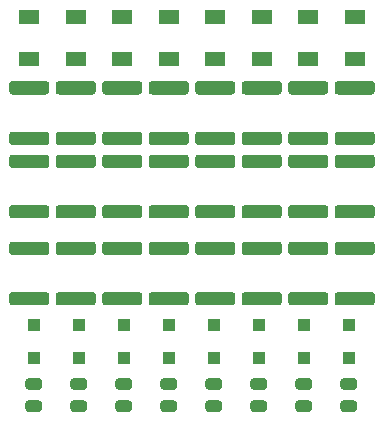
<source format=gbr>
%TF.GenerationSoftware,KiCad,Pcbnew,(5.1.6)-1*%
%TF.CreationDate,2021-03-16T16:30:30+01:00*%
%TF.ProjectId,24v-logic,3234762d-6c6f-4676-9963-2e6b69636164,rev?*%
%TF.SameCoordinates,Original*%
%TF.FileFunction,Paste,Top*%
%TF.FilePolarity,Positive*%
%FSLAX46Y46*%
G04 Gerber Fmt 4.6, Leading zero omitted, Abs format (unit mm)*
G04 Created by KiCad (PCBNEW (5.1.6)-1) date 2021-03-16 16:30:30*
%MOMM*%
%LPD*%
G01*
G04 APERTURE LIST*
%ADD10R,1.100000X1.100000*%
%ADD11R,1.700000X1.300000*%
G04 APERTURE END LIST*
%TO.C,R24*%
G36*
G01*
X123136999Y-113208000D02*
X126037001Y-113208000D01*
G75*
G02*
X126287000Y-113457999I0J-249999D01*
G01*
X126287000Y-114083001D01*
G75*
G02*
X126037001Y-114333000I-249999J0D01*
G01*
X123136999Y-114333000D01*
G75*
G02*
X122887000Y-114083001I0J249999D01*
G01*
X122887000Y-113457999D01*
G75*
G02*
X123136999Y-113208000I249999J0D01*
G01*
G37*
G36*
G01*
X123136999Y-108933000D02*
X126037001Y-108933000D01*
G75*
G02*
X126287000Y-109182999I0J-249999D01*
G01*
X126287000Y-109808001D01*
G75*
G02*
X126037001Y-110058000I-249999J0D01*
G01*
X123136999Y-110058000D01*
G75*
G02*
X122887000Y-109808001I0J249999D01*
G01*
X122887000Y-109182999D01*
G75*
G02*
X123136999Y-108933000I249999J0D01*
G01*
G37*
%TD*%
%TO.C,R23*%
G36*
G01*
X119199999Y-113208000D02*
X122100001Y-113208000D01*
G75*
G02*
X122350000Y-113457999I0J-249999D01*
G01*
X122350000Y-114083001D01*
G75*
G02*
X122100001Y-114333000I-249999J0D01*
G01*
X119199999Y-114333000D01*
G75*
G02*
X118950000Y-114083001I0J249999D01*
G01*
X118950000Y-113457999D01*
G75*
G02*
X119199999Y-113208000I249999J0D01*
G01*
G37*
G36*
G01*
X119199999Y-108933000D02*
X122100001Y-108933000D01*
G75*
G02*
X122350000Y-109182999I0J-249999D01*
G01*
X122350000Y-109808001D01*
G75*
G02*
X122100001Y-110058000I-249999J0D01*
G01*
X119199999Y-110058000D01*
G75*
G02*
X118950000Y-109808001I0J249999D01*
G01*
X118950000Y-109182999D01*
G75*
G02*
X119199999Y-108933000I249999J0D01*
G01*
G37*
%TD*%
%TO.C,R22*%
G36*
G01*
X115262999Y-113208000D02*
X118163001Y-113208000D01*
G75*
G02*
X118413000Y-113457999I0J-249999D01*
G01*
X118413000Y-114083001D01*
G75*
G02*
X118163001Y-114333000I-249999J0D01*
G01*
X115262999Y-114333000D01*
G75*
G02*
X115013000Y-114083001I0J249999D01*
G01*
X115013000Y-113457999D01*
G75*
G02*
X115262999Y-113208000I249999J0D01*
G01*
G37*
G36*
G01*
X115262999Y-108933000D02*
X118163001Y-108933000D01*
G75*
G02*
X118413000Y-109182999I0J-249999D01*
G01*
X118413000Y-109808001D01*
G75*
G02*
X118163001Y-110058000I-249999J0D01*
G01*
X115262999Y-110058000D01*
G75*
G02*
X115013000Y-109808001I0J249999D01*
G01*
X115013000Y-109182999D01*
G75*
G02*
X115262999Y-108933000I249999J0D01*
G01*
G37*
%TD*%
%TO.C,R21*%
G36*
G01*
X111325999Y-113208000D02*
X114226001Y-113208000D01*
G75*
G02*
X114476000Y-113457999I0J-249999D01*
G01*
X114476000Y-114083001D01*
G75*
G02*
X114226001Y-114333000I-249999J0D01*
G01*
X111325999Y-114333000D01*
G75*
G02*
X111076000Y-114083001I0J249999D01*
G01*
X111076000Y-113457999D01*
G75*
G02*
X111325999Y-113208000I249999J0D01*
G01*
G37*
G36*
G01*
X111325999Y-108933000D02*
X114226001Y-108933000D01*
G75*
G02*
X114476000Y-109182999I0J-249999D01*
G01*
X114476000Y-109808001D01*
G75*
G02*
X114226001Y-110058000I-249999J0D01*
G01*
X111325999Y-110058000D01*
G75*
G02*
X111076000Y-109808001I0J249999D01*
G01*
X111076000Y-109182999D01*
G75*
G02*
X111325999Y-108933000I249999J0D01*
G01*
G37*
%TD*%
%TO.C,R20*%
G36*
G01*
X107388999Y-113208000D02*
X110289001Y-113208000D01*
G75*
G02*
X110539000Y-113457999I0J-249999D01*
G01*
X110539000Y-114083001D01*
G75*
G02*
X110289001Y-114333000I-249999J0D01*
G01*
X107388999Y-114333000D01*
G75*
G02*
X107139000Y-114083001I0J249999D01*
G01*
X107139000Y-113457999D01*
G75*
G02*
X107388999Y-113208000I249999J0D01*
G01*
G37*
G36*
G01*
X107388999Y-108933000D02*
X110289001Y-108933000D01*
G75*
G02*
X110539000Y-109182999I0J-249999D01*
G01*
X110539000Y-109808001D01*
G75*
G02*
X110289001Y-110058000I-249999J0D01*
G01*
X107388999Y-110058000D01*
G75*
G02*
X107139000Y-109808001I0J249999D01*
G01*
X107139000Y-109182999D01*
G75*
G02*
X107388999Y-108933000I249999J0D01*
G01*
G37*
%TD*%
%TO.C,R19*%
G36*
G01*
X103451999Y-113208000D02*
X106352001Y-113208000D01*
G75*
G02*
X106602000Y-113457999I0J-249999D01*
G01*
X106602000Y-114083001D01*
G75*
G02*
X106352001Y-114333000I-249999J0D01*
G01*
X103451999Y-114333000D01*
G75*
G02*
X103202000Y-114083001I0J249999D01*
G01*
X103202000Y-113457999D01*
G75*
G02*
X103451999Y-113208000I249999J0D01*
G01*
G37*
G36*
G01*
X103451999Y-108933000D02*
X106352001Y-108933000D01*
G75*
G02*
X106602000Y-109182999I0J-249999D01*
G01*
X106602000Y-109808001D01*
G75*
G02*
X106352001Y-110058000I-249999J0D01*
G01*
X103451999Y-110058000D01*
G75*
G02*
X103202000Y-109808001I0J249999D01*
G01*
X103202000Y-109182999D01*
G75*
G02*
X103451999Y-108933000I249999J0D01*
G01*
G37*
%TD*%
%TO.C,R18*%
G36*
G01*
X99514999Y-113208000D02*
X102415001Y-113208000D01*
G75*
G02*
X102665000Y-113457999I0J-249999D01*
G01*
X102665000Y-114083001D01*
G75*
G02*
X102415001Y-114333000I-249999J0D01*
G01*
X99514999Y-114333000D01*
G75*
G02*
X99265000Y-114083001I0J249999D01*
G01*
X99265000Y-113457999D01*
G75*
G02*
X99514999Y-113208000I249999J0D01*
G01*
G37*
G36*
G01*
X99514999Y-108933000D02*
X102415001Y-108933000D01*
G75*
G02*
X102665000Y-109182999I0J-249999D01*
G01*
X102665000Y-109808001D01*
G75*
G02*
X102415001Y-110058000I-249999J0D01*
G01*
X99514999Y-110058000D01*
G75*
G02*
X99265000Y-109808001I0J249999D01*
G01*
X99265000Y-109182999D01*
G75*
G02*
X99514999Y-108933000I249999J0D01*
G01*
G37*
%TD*%
%TO.C,R17*%
G36*
G01*
X95577999Y-113208000D02*
X98478001Y-113208000D01*
G75*
G02*
X98728000Y-113457999I0J-249999D01*
G01*
X98728000Y-114083001D01*
G75*
G02*
X98478001Y-114333000I-249999J0D01*
G01*
X95577999Y-114333000D01*
G75*
G02*
X95328000Y-114083001I0J249999D01*
G01*
X95328000Y-113457999D01*
G75*
G02*
X95577999Y-113208000I249999J0D01*
G01*
G37*
G36*
G01*
X95577999Y-108933000D02*
X98478001Y-108933000D01*
G75*
G02*
X98728000Y-109182999I0J-249999D01*
G01*
X98728000Y-109808001D01*
G75*
G02*
X98478001Y-110058000I-249999J0D01*
G01*
X95577999Y-110058000D01*
G75*
G02*
X95328000Y-109808001I0J249999D01*
G01*
X95328000Y-109182999D01*
G75*
G02*
X95577999Y-108933000I249999J0D01*
G01*
G37*
%TD*%
%TO.C,R16*%
G36*
G01*
X123136999Y-99619000D02*
X126037001Y-99619000D01*
G75*
G02*
X126287000Y-99868999I0J-249999D01*
G01*
X126287000Y-100494001D01*
G75*
G02*
X126037001Y-100744000I-249999J0D01*
G01*
X123136999Y-100744000D01*
G75*
G02*
X122887000Y-100494001I0J249999D01*
G01*
X122887000Y-99868999D01*
G75*
G02*
X123136999Y-99619000I249999J0D01*
G01*
G37*
G36*
G01*
X123136999Y-95344000D02*
X126037001Y-95344000D01*
G75*
G02*
X126287000Y-95593999I0J-249999D01*
G01*
X126287000Y-96219001D01*
G75*
G02*
X126037001Y-96469000I-249999J0D01*
G01*
X123136999Y-96469000D01*
G75*
G02*
X122887000Y-96219001I0J249999D01*
G01*
X122887000Y-95593999D01*
G75*
G02*
X123136999Y-95344000I249999J0D01*
G01*
G37*
%TD*%
%TO.C,R15*%
G36*
G01*
X123136999Y-105842000D02*
X126037001Y-105842000D01*
G75*
G02*
X126287000Y-106091999I0J-249999D01*
G01*
X126287000Y-106717001D01*
G75*
G02*
X126037001Y-106967000I-249999J0D01*
G01*
X123136999Y-106967000D01*
G75*
G02*
X122887000Y-106717001I0J249999D01*
G01*
X122887000Y-106091999D01*
G75*
G02*
X123136999Y-105842000I249999J0D01*
G01*
G37*
G36*
G01*
X123136999Y-101567000D02*
X126037001Y-101567000D01*
G75*
G02*
X126287000Y-101816999I0J-249999D01*
G01*
X126287000Y-102442001D01*
G75*
G02*
X126037001Y-102692000I-249999J0D01*
G01*
X123136999Y-102692000D01*
G75*
G02*
X122887000Y-102442001I0J249999D01*
G01*
X122887000Y-101816999D01*
G75*
G02*
X123136999Y-101567000I249999J0D01*
G01*
G37*
%TD*%
%TO.C,R14*%
G36*
G01*
X107388999Y-99619000D02*
X110289001Y-99619000D01*
G75*
G02*
X110539000Y-99868999I0J-249999D01*
G01*
X110539000Y-100494001D01*
G75*
G02*
X110289001Y-100744000I-249999J0D01*
G01*
X107388999Y-100744000D01*
G75*
G02*
X107139000Y-100494001I0J249999D01*
G01*
X107139000Y-99868999D01*
G75*
G02*
X107388999Y-99619000I249999J0D01*
G01*
G37*
G36*
G01*
X107388999Y-95344000D02*
X110289001Y-95344000D01*
G75*
G02*
X110539000Y-95593999I0J-249999D01*
G01*
X110539000Y-96219001D01*
G75*
G02*
X110289001Y-96469000I-249999J0D01*
G01*
X107388999Y-96469000D01*
G75*
G02*
X107139000Y-96219001I0J249999D01*
G01*
X107139000Y-95593999D01*
G75*
G02*
X107388999Y-95344000I249999J0D01*
G01*
G37*
%TD*%
%TO.C,R13*%
G36*
G01*
X107388999Y-105842000D02*
X110289001Y-105842000D01*
G75*
G02*
X110539000Y-106091999I0J-249999D01*
G01*
X110539000Y-106717001D01*
G75*
G02*
X110289001Y-106967000I-249999J0D01*
G01*
X107388999Y-106967000D01*
G75*
G02*
X107139000Y-106717001I0J249999D01*
G01*
X107139000Y-106091999D01*
G75*
G02*
X107388999Y-105842000I249999J0D01*
G01*
G37*
G36*
G01*
X107388999Y-101567000D02*
X110289001Y-101567000D01*
G75*
G02*
X110539000Y-101816999I0J-249999D01*
G01*
X110539000Y-102442001D01*
G75*
G02*
X110289001Y-102692000I-249999J0D01*
G01*
X107388999Y-102692000D01*
G75*
G02*
X107139000Y-102442001I0J249999D01*
G01*
X107139000Y-101816999D01*
G75*
G02*
X107388999Y-101567000I249999J0D01*
G01*
G37*
%TD*%
%TO.C,R12*%
G36*
G01*
X119199999Y-99619000D02*
X122100001Y-99619000D01*
G75*
G02*
X122350000Y-99868999I0J-249999D01*
G01*
X122350000Y-100494001D01*
G75*
G02*
X122100001Y-100744000I-249999J0D01*
G01*
X119199999Y-100744000D01*
G75*
G02*
X118950000Y-100494001I0J249999D01*
G01*
X118950000Y-99868999D01*
G75*
G02*
X119199999Y-99619000I249999J0D01*
G01*
G37*
G36*
G01*
X119199999Y-95344000D02*
X122100001Y-95344000D01*
G75*
G02*
X122350000Y-95593999I0J-249999D01*
G01*
X122350000Y-96219001D01*
G75*
G02*
X122100001Y-96469000I-249999J0D01*
G01*
X119199999Y-96469000D01*
G75*
G02*
X118950000Y-96219001I0J249999D01*
G01*
X118950000Y-95593999D01*
G75*
G02*
X119199999Y-95344000I249999J0D01*
G01*
G37*
%TD*%
%TO.C,R11*%
G36*
G01*
X119199999Y-105842000D02*
X122100001Y-105842000D01*
G75*
G02*
X122350000Y-106091999I0J-249999D01*
G01*
X122350000Y-106717001D01*
G75*
G02*
X122100001Y-106967000I-249999J0D01*
G01*
X119199999Y-106967000D01*
G75*
G02*
X118950000Y-106717001I0J249999D01*
G01*
X118950000Y-106091999D01*
G75*
G02*
X119199999Y-105842000I249999J0D01*
G01*
G37*
G36*
G01*
X119199999Y-101567000D02*
X122100001Y-101567000D01*
G75*
G02*
X122350000Y-101816999I0J-249999D01*
G01*
X122350000Y-102442001D01*
G75*
G02*
X122100001Y-102692000I-249999J0D01*
G01*
X119199999Y-102692000D01*
G75*
G02*
X118950000Y-102442001I0J249999D01*
G01*
X118950000Y-101816999D01*
G75*
G02*
X119199999Y-101567000I249999J0D01*
G01*
G37*
%TD*%
%TO.C,R10*%
G36*
G01*
X103451999Y-99619000D02*
X106352001Y-99619000D01*
G75*
G02*
X106602000Y-99868999I0J-249999D01*
G01*
X106602000Y-100494001D01*
G75*
G02*
X106352001Y-100744000I-249999J0D01*
G01*
X103451999Y-100744000D01*
G75*
G02*
X103202000Y-100494001I0J249999D01*
G01*
X103202000Y-99868999D01*
G75*
G02*
X103451999Y-99619000I249999J0D01*
G01*
G37*
G36*
G01*
X103451999Y-95344000D02*
X106352001Y-95344000D01*
G75*
G02*
X106602000Y-95593999I0J-249999D01*
G01*
X106602000Y-96219001D01*
G75*
G02*
X106352001Y-96469000I-249999J0D01*
G01*
X103451999Y-96469000D01*
G75*
G02*
X103202000Y-96219001I0J249999D01*
G01*
X103202000Y-95593999D01*
G75*
G02*
X103451999Y-95344000I249999J0D01*
G01*
G37*
%TD*%
%TO.C,R9*%
G36*
G01*
X103451999Y-105842000D02*
X106352001Y-105842000D01*
G75*
G02*
X106602000Y-106091999I0J-249999D01*
G01*
X106602000Y-106717001D01*
G75*
G02*
X106352001Y-106967000I-249999J0D01*
G01*
X103451999Y-106967000D01*
G75*
G02*
X103202000Y-106717001I0J249999D01*
G01*
X103202000Y-106091999D01*
G75*
G02*
X103451999Y-105842000I249999J0D01*
G01*
G37*
G36*
G01*
X103451999Y-101567000D02*
X106352001Y-101567000D01*
G75*
G02*
X106602000Y-101816999I0J-249999D01*
G01*
X106602000Y-102442001D01*
G75*
G02*
X106352001Y-102692000I-249999J0D01*
G01*
X103451999Y-102692000D01*
G75*
G02*
X103202000Y-102442001I0J249999D01*
G01*
X103202000Y-101816999D01*
G75*
G02*
X103451999Y-101567000I249999J0D01*
G01*
G37*
%TD*%
%TO.C,R8*%
G36*
G01*
X115262999Y-99619000D02*
X118163001Y-99619000D01*
G75*
G02*
X118413000Y-99868999I0J-249999D01*
G01*
X118413000Y-100494001D01*
G75*
G02*
X118163001Y-100744000I-249999J0D01*
G01*
X115262999Y-100744000D01*
G75*
G02*
X115013000Y-100494001I0J249999D01*
G01*
X115013000Y-99868999D01*
G75*
G02*
X115262999Y-99619000I249999J0D01*
G01*
G37*
G36*
G01*
X115262999Y-95344000D02*
X118163001Y-95344000D01*
G75*
G02*
X118413000Y-95593999I0J-249999D01*
G01*
X118413000Y-96219001D01*
G75*
G02*
X118163001Y-96469000I-249999J0D01*
G01*
X115262999Y-96469000D01*
G75*
G02*
X115013000Y-96219001I0J249999D01*
G01*
X115013000Y-95593999D01*
G75*
G02*
X115262999Y-95344000I249999J0D01*
G01*
G37*
%TD*%
%TO.C,R7*%
G36*
G01*
X115262999Y-105842000D02*
X118163001Y-105842000D01*
G75*
G02*
X118413000Y-106091999I0J-249999D01*
G01*
X118413000Y-106717001D01*
G75*
G02*
X118163001Y-106967000I-249999J0D01*
G01*
X115262999Y-106967000D01*
G75*
G02*
X115013000Y-106717001I0J249999D01*
G01*
X115013000Y-106091999D01*
G75*
G02*
X115262999Y-105842000I249999J0D01*
G01*
G37*
G36*
G01*
X115262999Y-101567000D02*
X118163001Y-101567000D01*
G75*
G02*
X118413000Y-101816999I0J-249999D01*
G01*
X118413000Y-102442001D01*
G75*
G02*
X118163001Y-102692000I-249999J0D01*
G01*
X115262999Y-102692000D01*
G75*
G02*
X115013000Y-102442001I0J249999D01*
G01*
X115013000Y-101816999D01*
G75*
G02*
X115262999Y-101567000I249999J0D01*
G01*
G37*
%TD*%
%TO.C,R6*%
G36*
G01*
X99514999Y-99619000D02*
X102415001Y-99619000D01*
G75*
G02*
X102665000Y-99868999I0J-249999D01*
G01*
X102665000Y-100494001D01*
G75*
G02*
X102415001Y-100744000I-249999J0D01*
G01*
X99514999Y-100744000D01*
G75*
G02*
X99265000Y-100494001I0J249999D01*
G01*
X99265000Y-99868999D01*
G75*
G02*
X99514999Y-99619000I249999J0D01*
G01*
G37*
G36*
G01*
X99514999Y-95344000D02*
X102415001Y-95344000D01*
G75*
G02*
X102665000Y-95593999I0J-249999D01*
G01*
X102665000Y-96219001D01*
G75*
G02*
X102415001Y-96469000I-249999J0D01*
G01*
X99514999Y-96469000D01*
G75*
G02*
X99265000Y-96219001I0J249999D01*
G01*
X99265000Y-95593999D01*
G75*
G02*
X99514999Y-95344000I249999J0D01*
G01*
G37*
%TD*%
%TO.C,R5*%
G36*
G01*
X99514999Y-105842000D02*
X102415001Y-105842000D01*
G75*
G02*
X102665000Y-106091999I0J-249999D01*
G01*
X102665000Y-106717001D01*
G75*
G02*
X102415001Y-106967000I-249999J0D01*
G01*
X99514999Y-106967000D01*
G75*
G02*
X99265000Y-106717001I0J249999D01*
G01*
X99265000Y-106091999D01*
G75*
G02*
X99514999Y-105842000I249999J0D01*
G01*
G37*
G36*
G01*
X99514999Y-101567000D02*
X102415001Y-101567000D01*
G75*
G02*
X102665000Y-101816999I0J-249999D01*
G01*
X102665000Y-102442001D01*
G75*
G02*
X102415001Y-102692000I-249999J0D01*
G01*
X99514999Y-102692000D01*
G75*
G02*
X99265000Y-102442001I0J249999D01*
G01*
X99265000Y-101816999D01*
G75*
G02*
X99514999Y-101567000I249999J0D01*
G01*
G37*
%TD*%
%TO.C,R4*%
G36*
G01*
X111325999Y-99619000D02*
X114226001Y-99619000D01*
G75*
G02*
X114476000Y-99868999I0J-249999D01*
G01*
X114476000Y-100494001D01*
G75*
G02*
X114226001Y-100744000I-249999J0D01*
G01*
X111325999Y-100744000D01*
G75*
G02*
X111076000Y-100494001I0J249999D01*
G01*
X111076000Y-99868999D01*
G75*
G02*
X111325999Y-99619000I249999J0D01*
G01*
G37*
G36*
G01*
X111325999Y-95344000D02*
X114226001Y-95344000D01*
G75*
G02*
X114476000Y-95593999I0J-249999D01*
G01*
X114476000Y-96219001D01*
G75*
G02*
X114226001Y-96469000I-249999J0D01*
G01*
X111325999Y-96469000D01*
G75*
G02*
X111076000Y-96219001I0J249999D01*
G01*
X111076000Y-95593999D01*
G75*
G02*
X111325999Y-95344000I249999J0D01*
G01*
G37*
%TD*%
%TO.C,R3*%
G36*
G01*
X111325999Y-105842000D02*
X114226001Y-105842000D01*
G75*
G02*
X114476000Y-106091999I0J-249999D01*
G01*
X114476000Y-106717001D01*
G75*
G02*
X114226001Y-106967000I-249999J0D01*
G01*
X111325999Y-106967000D01*
G75*
G02*
X111076000Y-106717001I0J249999D01*
G01*
X111076000Y-106091999D01*
G75*
G02*
X111325999Y-105842000I249999J0D01*
G01*
G37*
G36*
G01*
X111325999Y-101567000D02*
X114226001Y-101567000D01*
G75*
G02*
X114476000Y-101816999I0J-249999D01*
G01*
X114476000Y-102442001D01*
G75*
G02*
X114226001Y-102692000I-249999J0D01*
G01*
X111325999Y-102692000D01*
G75*
G02*
X111076000Y-102442001I0J249999D01*
G01*
X111076000Y-101816999D01*
G75*
G02*
X111325999Y-101567000I249999J0D01*
G01*
G37*
%TD*%
%TO.C,R2*%
G36*
G01*
X95577999Y-99619000D02*
X98478001Y-99619000D01*
G75*
G02*
X98728000Y-99868999I0J-249999D01*
G01*
X98728000Y-100494001D01*
G75*
G02*
X98478001Y-100744000I-249999J0D01*
G01*
X95577999Y-100744000D01*
G75*
G02*
X95328000Y-100494001I0J249999D01*
G01*
X95328000Y-99868999D01*
G75*
G02*
X95577999Y-99619000I249999J0D01*
G01*
G37*
G36*
G01*
X95577999Y-95344000D02*
X98478001Y-95344000D01*
G75*
G02*
X98728000Y-95593999I0J-249999D01*
G01*
X98728000Y-96219001D01*
G75*
G02*
X98478001Y-96469000I-249999J0D01*
G01*
X95577999Y-96469000D01*
G75*
G02*
X95328000Y-96219001I0J249999D01*
G01*
X95328000Y-95593999D01*
G75*
G02*
X95577999Y-95344000I249999J0D01*
G01*
G37*
%TD*%
%TO.C,R1*%
G36*
G01*
X95577999Y-105842000D02*
X98478001Y-105842000D01*
G75*
G02*
X98728000Y-106091999I0J-249999D01*
G01*
X98728000Y-106717001D01*
G75*
G02*
X98478001Y-106967000I-249999J0D01*
G01*
X95577999Y-106967000D01*
G75*
G02*
X95328000Y-106717001I0J249999D01*
G01*
X95328000Y-106091999D01*
G75*
G02*
X95577999Y-105842000I249999J0D01*
G01*
G37*
G36*
G01*
X95577999Y-101567000D02*
X98478001Y-101567000D01*
G75*
G02*
X98728000Y-101816999I0J-249999D01*
G01*
X98728000Y-102442001D01*
G75*
G02*
X98478001Y-102692000I-249999J0D01*
G01*
X95577999Y-102692000D01*
G75*
G02*
X95328000Y-102442001I0J249999D01*
G01*
X95328000Y-101816999D01*
G75*
G02*
X95577999Y-101567000I249999J0D01*
G01*
G37*
%TD*%
%TO.C,D24*%
G36*
G01*
X123622750Y-122370000D02*
X124535250Y-122370000D01*
G75*
G02*
X124779000Y-122613750I0J-243750D01*
G01*
X124779000Y-123101250D01*
G75*
G02*
X124535250Y-123345000I-243750J0D01*
G01*
X123622750Y-123345000D01*
G75*
G02*
X123379000Y-123101250I0J243750D01*
G01*
X123379000Y-122613750D01*
G75*
G02*
X123622750Y-122370000I243750J0D01*
G01*
G37*
G36*
G01*
X123622750Y-120495000D02*
X124535250Y-120495000D01*
G75*
G02*
X124779000Y-120738750I0J-243750D01*
G01*
X124779000Y-121226250D01*
G75*
G02*
X124535250Y-121470000I-243750J0D01*
G01*
X123622750Y-121470000D01*
G75*
G02*
X123379000Y-121226250I0J243750D01*
G01*
X123379000Y-120738750D01*
G75*
G02*
X123622750Y-120495000I243750J0D01*
G01*
G37*
%TD*%
%TO.C,D23*%
G36*
G01*
X119812750Y-122370000D02*
X120725250Y-122370000D01*
G75*
G02*
X120969000Y-122613750I0J-243750D01*
G01*
X120969000Y-123101250D01*
G75*
G02*
X120725250Y-123345000I-243750J0D01*
G01*
X119812750Y-123345000D01*
G75*
G02*
X119569000Y-123101250I0J243750D01*
G01*
X119569000Y-122613750D01*
G75*
G02*
X119812750Y-122370000I243750J0D01*
G01*
G37*
G36*
G01*
X119812750Y-120495000D02*
X120725250Y-120495000D01*
G75*
G02*
X120969000Y-120738750I0J-243750D01*
G01*
X120969000Y-121226250D01*
G75*
G02*
X120725250Y-121470000I-243750J0D01*
G01*
X119812750Y-121470000D01*
G75*
G02*
X119569000Y-121226250I0J243750D01*
G01*
X119569000Y-120738750D01*
G75*
G02*
X119812750Y-120495000I243750J0D01*
G01*
G37*
%TD*%
%TO.C,D22*%
G36*
G01*
X116002750Y-122370000D02*
X116915250Y-122370000D01*
G75*
G02*
X117159000Y-122613750I0J-243750D01*
G01*
X117159000Y-123101250D01*
G75*
G02*
X116915250Y-123345000I-243750J0D01*
G01*
X116002750Y-123345000D01*
G75*
G02*
X115759000Y-123101250I0J243750D01*
G01*
X115759000Y-122613750D01*
G75*
G02*
X116002750Y-122370000I243750J0D01*
G01*
G37*
G36*
G01*
X116002750Y-120495000D02*
X116915250Y-120495000D01*
G75*
G02*
X117159000Y-120738750I0J-243750D01*
G01*
X117159000Y-121226250D01*
G75*
G02*
X116915250Y-121470000I-243750J0D01*
G01*
X116002750Y-121470000D01*
G75*
G02*
X115759000Y-121226250I0J243750D01*
G01*
X115759000Y-120738750D01*
G75*
G02*
X116002750Y-120495000I243750J0D01*
G01*
G37*
%TD*%
%TO.C,D21*%
G36*
G01*
X112192750Y-122370000D02*
X113105250Y-122370000D01*
G75*
G02*
X113349000Y-122613750I0J-243750D01*
G01*
X113349000Y-123101250D01*
G75*
G02*
X113105250Y-123345000I-243750J0D01*
G01*
X112192750Y-123345000D01*
G75*
G02*
X111949000Y-123101250I0J243750D01*
G01*
X111949000Y-122613750D01*
G75*
G02*
X112192750Y-122370000I243750J0D01*
G01*
G37*
G36*
G01*
X112192750Y-120495000D02*
X113105250Y-120495000D01*
G75*
G02*
X113349000Y-120738750I0J-243750D01*
G01*
X113349000Y-121226250D01*
G75*
G02*
X113105250Y-121470000I-243750J0D01*
G01*
X112192750Y-121470000D01*
G75*
G02*
X111949000Y-121226250I0J243750D01*
G01*
X111949000Y-120738750D01*
G75*
G02*
X112192750Y-120495000I243750J0D01*
G01*
G37*
%TD*%
%TO.C,D20*%
G36*
G01*
X108382750Y-122370000D02*
X109295250Y-122370000D01*
G75*
G02*
X109539000Y-122613750I0J-243750D01*
G01*
X109539000Y-123101250D01*
G75*
G02*
X109295250Y-123345000I-243750J0D01*
G01*
X108382750Y-123345000D01*
G75*
G02*
X108139000Y-123101250I0J243750D01*
G01*
X108139000Y-122613750D01*
G75*
G02*
X108382750Y-122370000I243750J0D01*
G01*
G37*
G36*
G01*
X108382750Y-120495000D02*
X109295250Y-120495000D01*
G75*
G02*
X109539000Y-120738750I0J-243750D01*
G01*
X109539000Y-121226250D01*
G75*
G02*
X109295250Y-121470000I-243750J0D01*
G01*
X108382750Y-121470000D01*
G75*
G02*
X108139000Y-121226250I0J243750D01*
G01*
X108139000Y-120738750D01*
G75*
G02*
X108382750Y-120495000I243750J0D01*
G01*
G37*
%TD*%
%TO.C,D19*%
G36*
G01*
X104572750Y-122370000D02*
X105485250Y-122370000D01*
G75*
G02*
X105729000Y-122613750I0J-243750D01*
G01*
X105729000Y-123101250D01*
G75*
G02*
X105485250Y-123345000I-243750J0D01*
G01*
X104572750Y-123345000D01*
G75*
G02*
X104329000Y-123101250I0J243750D01*
G01*
X104329000Y-122613750D01*
G75*
G02*
X104572750Y-122370000I243750J0D01*
G01*
G37*
G36*
G01*
X104572750Y-120495000D02*
X105485250Y-120495000D01*
G75*
G02*
X105729000Y-120738750I0J-243750D01*
G01*
X105729000Y-121226250D01*
G75*
G02*
X105485250Y-121470000I-243750J0D01*
G01*
X104572750Y-121470000D01*
G75*
G02*
X104329000Y-121226250I0J243750D01*
G01*
X104329000Y-120738750D01*
G75*
G02*
X104572750Y-120495000I243750J0D01*
G01*
G37*
%TD*%
%TO.C,D18*%
G36*
G01*
X100762750Y-122370000D02*
X101675250Y-122370000D01*
G75*
G02*
X101919000Y-122613750I0J-243750D01*
G01*
X101919000Y-123101250D01*
G75*
G02*
X101675250Y-123345000I-243750J0D01*
G01*
X100762750Y-123345000D01*
G75*
G02*
X100519000Y-123101250I0J243750D01*
G01*
X100519000Y-122613750D01*
G75*
G02*
X100762750Y-122370000I243750J0D01*
G01*
G37*
G36*
G01*
X100762750Y-120495000D02*
X101675250Y-120495000D01*
G75*
G02*
X101919000Y-120738750I0J-243750D01*
G01*
X101919000Y-121226250D01*
G75*
G02*
X101675250Y-121470000I-243750J0D01*
G01*
X100762750Y-121470000D01*
G75*
G02*
X100519000Y-121226250I0J243750D01*
G01*
X100519000Y-120738750D01*
G75*
G02*
X100762750Y-120495000I243750J0D01*
G01*
G37*
%TD*%
%TO.C,D17*%
G36*
G01*
X96952750Y-122370000D02*
X97865250Y-122370000D01*
G75*
G02*
X98109000Y-122613750I0J-243750D01*
G01*
X98109000Y-123101250D01*
G75*
G02*
X97865250Y-123345000I-243750J0D01*
G01*
X96952750Y-123345000D01*
G75*
G02*
X96709000Y-123101250I0J243750D01*
G01*
X96709000Y-122613750D01*
G75*
G02*
X96952750Y-122370000I243750J0D01*
G01*
G37*
G36*
G01*
X96952750Y-120495000D02*
X97865250Y-120495000D01*
G75*
G02*
X98109000Y-120738750I0J-243750D01*
G01*
X98109000Y-121226250D01*
G75*
G02*
X97865250Y-121470000I-243750J0D01*
G01*
X96952750Y-121470000D01*
G75*
G02*
X96709000Y-121226250I0J243750D01*
G01*
X96709000Y-120738750D01*
G75*
G02*
X96952750Y-120495000I243750J0D01*
G01*
G37*
%TD*%
D10*
%TO.C,D16*%
X124079000Y-118748000D03*
X124079000Y-115948000D03*
%TD*%
%TO.C,D15*%
X120269000Y-118748000D03*
X120269000Y-115948000D03*
%TD*%
%TO.C,D14*%
X116459000Y-118748000D03*
X116459000Y-115948000D03*
%TD*%
%TO.C,D13*%
X112649000Y-118748000D03*
X112649000Y-115948000D03*
%TD*%
%TO.C,D12*%
X108839000Y-118748000D03*
X108839000Y-115948000D03*
%TD*%
%TO.C,D11*%
X105029000Y-118748000D03*
X105029000Y-115948000D03*
%TD*%
%TO.C,D10*%
X101219000Y-118748000D03*
X101219000Y-115948000D03*
%TD*%
%TO.C,D9*%
X97409000Y-118748000D03*
X97409000Y-115948000D03*
%TD*%
D11*
%TO.C,D8*%
X124587000Y-93444000D03*
X124587000Y-89944000D03*
%TD*%
%TO.C,D7*%
X120650000Y-93444000D03*
X120650000Y-89944000D03*
%TD*%
%TO.C,D6*%
X116713000Y-93444000D03*
X116713000Y-89944000D03*
%TD*%
%TO.C,D5*%
X112776000Y-93444000D03*
X112776000Y-89944000D03*
%TD*%
%TO.C,D4*%
X108839000Y-93444000D03*
X108839000Y-89944000D03*
%TD*%
%TO.C,D3*%
X104902000Y-93444000D03*
X104902000Y-89944000D03*
%TD*%
%TO.C,D2*%
X100965000Y-93444000D03*
X100965000Y-89944000D03*
%TD*%
%TO.C,D1*%
X97028000Y-93444000D03*
X97028000Y-89944000D03*
%TD*%
M02*

</source>
